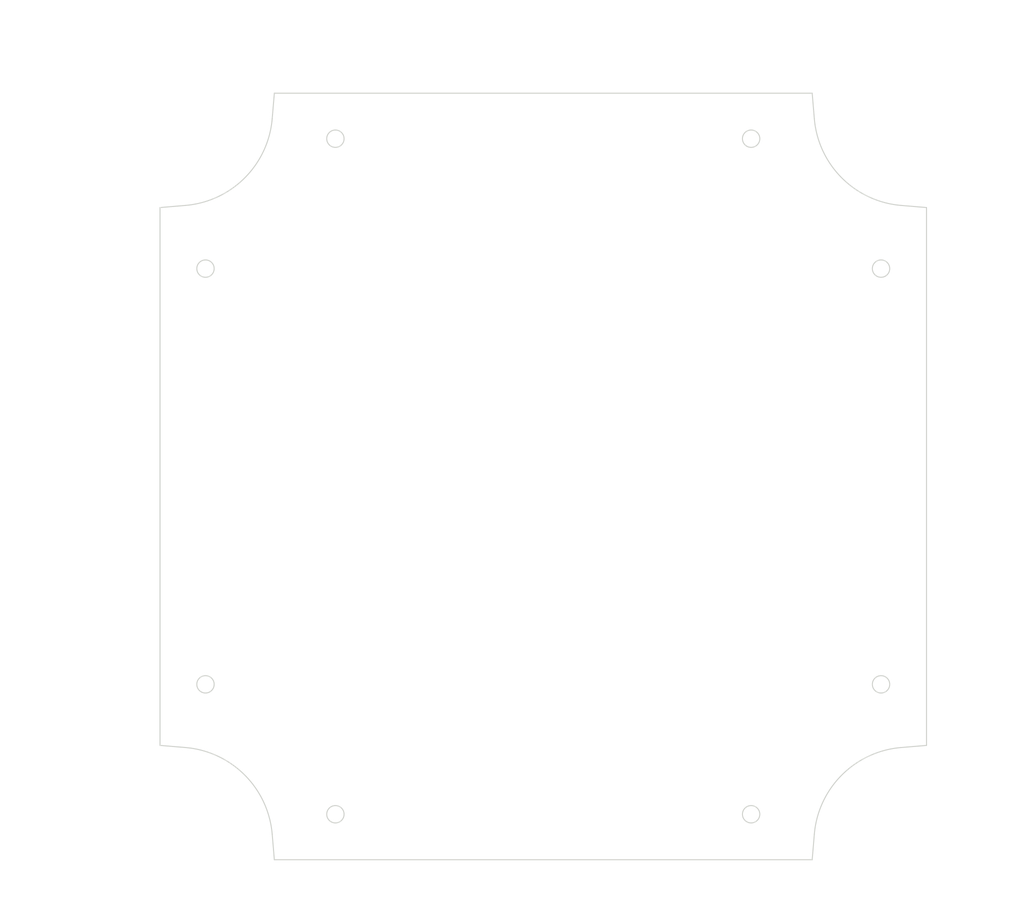
<source format=kicad_pcb>
(kicad_pcb (version 20171130) (host pcbnew "(5.1.0)-1")

  (general
    (thickness 1.6)
    (drawings 74)
    (tracks 0)
    (zones 0)
    (modules 0)
    (nets 1)
  )

  (page A3)
  (layers
    (0 F.Cu signal)
    (31 B.Cu signal)
    (32 B.Adhes user)
    (33 F.Adhes user)
    (34 B.Paste user)
    (35 F.Paste user)
    (36 B.SilkS user)
    (37 F.SilkS user)
    (38 B.Mask user)
    (39 F.Mask user)
    (40 Dwgs.User user)
    (41 Cmts.User user)
    (42 Eco1.User user)
    (43 Eco2.User user)
    (44 Edge.Cuts user)
    (45 Margin user)
    (46 B.CrtYd user)
    (47 F.CrtYd user)
    (48 B.Fab user)
    (49 F.Fab user)
  )

  (setup
    (last_trace_width 0.25)
    (trace_clearance 0.2)
    (zone_clearance 0.508)
    (zone_45_only no)
    (trace_min 0.2)
    (via_size 0.8)
    (via_drill 0.4)
    (via_min_size 0.4)
    (via_min_drill 0.3)
    (uvia_size 0.3)
    (uvia_drill 0.1)
    (uvias_allowed no)
    (uvia_min_size 0.2)
    (uvia_min_drill 0.1)
    (edge_width 0.05)
    (segment_width 0.2)
    (pcb_text_width 0.3)
    (pcb_text_size 1.5 1.5)
    (mod_edge_width 0.12)
    (mod_text_size 1 1)
    (mod_text_width 0.15)
    (pad_size 1.524 1.524)
    (pad_drill 0.762)
    (pad_to_mask_clearance 0.051)
    (solder_mask_min_width 0.25)
    (aux_axis_origin 0 0)
    (visible_elements FFFFFF7F)
    (pcbplotparams
      (layerselection 0x010fc_ffffffff)
      (usegerberextensions false)
      (usegerberattributes false)
      (usegerberadvancedattributes false)
      (creategerberjobfile false)
      (excludeedgelayer true)
      (linewidth 0.152400)
      (plotframeref false)
      (viasonmask false)
      (mode 1)
      (useauxorigin false)
      (hpglpennumber 1)
      (hpglpenspeed 20)
      (hpglpendiameter 15.000000)
      (psnegative false)
      (psa4output false)
      (plotreference true)
      (plotvalue true)
      (plotinvisibletext false)
      (padsonsilk false)
      (subtractmaskfromsilk false)
      (outputformat 1)
      (mirror false)
      (drillshape 1)
      (scaleselection 1)
      (outputdirectory ""))
  )

  (net 0 "")

  (net_class Default "This is the default net class."
    (clearance 0.2)
    (trace_width 0.25)
    (via_dia 0.8)
    (via_drill 0.4)
    (uvia_dia 0.3)
    (uvia_drill 0.1)
  )

  (gr_line (start 288.28655 205.747841) (end 288.28655 102.247841) (layer Edge.Cuts) (width 0.2))
  (gr_line (start 288.28655 102.247841) (end 283.387828 101.836484) (layer Edge.Cuts) (width 0.2))
  (gr_arc (start 284.917794 83.616597) (end 266.697908 85.146564) (angle -80.4) (layer Edge.Cuts) (width 0.2))
  (gr_line (start 266.697908 85.146564) (end 266.28655 80.247841) (layer Edge.Cuts) (width 0.2))
  (gr_line (start 266.28655 80.247841) (end 162.78655 80.247841) (layer Edge.Cuts) (width 0.2))
  (gr_line (start 162.78655 80.247841) (end 162.375193 85.146564) (layer Edge.Cuts) (width 0.2))
  (gr_arc (start 144.155306 83.616597) (end 145.685273 101.836484) (angle -80.4) (layer Edge.Cuts) (width 0.2))
  (gr_line (start 145.685273 101.836484) (end 140.78655 102.247841) (layer Edge.Cuts) (width 0.2))
  (gr_line (start 140.78655 102.247841) (end 140.78655 205.747841) (layer Edge.Cuts) (width 0.2))
  (gr_line (start 140.78655 205.747841) (end 145.685273 206.159198) (layer Edge.Cuts) (width 0.2))
  (gr_arc (start 144.155306 224.379085) (end 162.375193 222.849118) (angle -80.4) (layer Edge.Cuts) (width 0.2))
  (gr_line (start 162.375193 222.849118) (end 162.78655 227.747841) (layer Edge.Cuts) (width 0.2))
  (gr_line (start 162.78655 227.747841) (end 266.28655 227.747841) (layer Edge.Cuts) (width 0.2))
  (gr_line (start 266.28655 227.747841) (end 266.697908 222.849118) (layer Edge.Cuts) (width 0.2))
  (gr_arc (start 284.917794 224.379085) (end 283.387828 206.159198) (angle -80.4) (layer Edge.Cuts) (width 0.2))
  (gr_line (start 283.387828 206.159198) (end 288.28655 205.747841) (layer Edge.Cuts) (width 0.2))
  (gr_circle (center 254.53655 88.997841) (end 256.20655 88.997841) (layer Edge.Cuts) (width 0.2))
  (gr_circle (center 254.53655 218.997841) (end 256.20655 218.997841) (layer Edge.Cuts) (width 0.2))
  (gr_circle (center 174.53655 218.997841) (end 176.20655 218.997841) (layer Edge.Cuts) (width 0.2))
  (gr_circle (center 174.53655 88.997841) (end 176.20655 88.997841) (layer Edge.Cuts) (width 0.2))
  (gr_circle (center 149.53655 193.997841) (end 151.20655 193.997841) (layer Edge.Cuts) (width 0.2))
  (gr_circle (center 279.53655 193.997841) (end 281.20655 193.997841) (layer Edge.Cuts) (width 0.2))
  (gr_circle (center 149.53655 113.997841) (end 151.20655 113.997841) (layer Edge.Cuts) (width 0.2))
  (gr_circle (center 279.53655 113.997841) (end 281.20655 113.997841) (layer Edge.Cuts) (width 0.2))
  (gr_line (start 254.53655 219.087841) (end 254.53655 218.907841) (layer Dwgs.User) (width 0.2))
  (gr_line (start 254.44655 218.997841) (end 254.62655 218.997841) (layer Dwgs.User) (width 0.2))
  (gr_text " ∅3.34\n[∅0.13]" (at 268.857696 233.535841) (layer Dwgs.User)
    (effects (font (size 1.7 1.53) (thickness 0.2125)))
  )
  (gr_line (start 262.320827 233.535841) (end 256.268922 222.233237) (layer Dwgs.User) (width 0.2))
  (gr_line (start 264.320827 233.535841) (end 262.320827 233.535841) (layer Dwgs.User) (width 0.2))
  (gr_text 85.2° (at 275.6035 88.815215) (layer Dwgs.User)
    (effects (font (size 1.7 1.53) (thickness 0.2125)))
  )
  (gr_arc (start 266.28655 80.247841) (end 276.898041 87.147241) (angle -23.96830576) (layer Dwgs.User) (width 0.2))
  (gr_arc (start 266.28655 80.247841) (end 269.319214 92.536389) (angle -22.17225038) (layer Dwgs.User) (width 0.2))
  (gr_line (start 268.28655 80.247841) (end 282.11878 80.247841) (layer Dwgs.User) (width 0.2))
  (gr_line (start 266.781585 86.143056) (end 267.611357 96.024544) (layer Dwgs.User) (width 0.2))
  (gr_text [5.12] (at 122.53655 147.683622) (layer Dwgs.User)
    (effects (font (size 1.7 1.53) (thickness 0.2125)))
  )
  (gr_text " 130.00" (at 122.53655 144.125607) (layer Dwgs.User)
    (effects (font (size 1.7 1.53) (thickness 0.2125)))
  )
  (gr_line (start 122.53655 216.997841) (end 122.53655 149.352176) (layer Dwgs.User) (width 0.2))
  (gr_line (start 122.53655 90.997841) (end 122.53655 142.236146) (layer Dwgs.User) (width 0.2))
  (gr_line (start 173.53655 218.997841) (end 119.36155 218.997841) (layer Dwgs.User) (width 0.2))
  (gr_line (start 173.53655 88.997841) (end 119.36155 88.997841) (layer Dwgs.User) (width 0.2))
  (gr_text [3.15] (at 205.075843 78.050381) (layer Dwgs.User)
    (effects (font (size 1.7 1.53) (thickness 0.2125)))
  )
  (gr_text " 80.00" (at 205.075843 74.492946) (layer Dwgs.User)
    (effects (font (size 1.7 1.53) (thickness 0.2125)))
  )
  (gr_line (start 252.53655 76.16092) (end 209.120454 76.16092) (layer Dwgs.User) (width 0.2))
  (gr_line (start 176.53655 76.16092) (end 201.031231 76.16092) (layer Dwgs.User) (width 0.2))
  (gr_line (start 254.53655 87.997841) (end 254.53655 72.98592) (layer Dwgs.User) (width 0.2))
  (gr_line (start 174.53655 87.997841) (end 174.53655 72.98592) (layer Dwgs.User) (width 0.2))
  (gr_text [4.07] (at 132.71154 129.756923) (layer Dwgs.User)
    (effects (font (size 1.7 1.53) (thickness 0.2125)))
  )
  (gr_text " 103.50" (at 132.71154 126.198907) (layer Dwgs.User)
    (effects (font (size 1.7 1.53) (thickness 0.2125)))
  )
  (gr_line (start 132.71154 203.747841) (end 132.71154 131.425476) (layer Dwgs.User) (width 0.2))
  (gr_line (start 132.71154 104.247841) (end 132.71154 124.309446) (layer Dwgs.User) (width 0.2))
  (gr_line (start 139.78655 205.747841) (end 129.53654 205.747841) (layer Dwgs.User) (width 0.2))
  (gr_line (start 139.78655 102.247841) (end 129.53654 102.247841) (layer Dwgs.User) (width 0.2))
  (gr_text [4.07] (at 189.90952 73.741985) (layer Dwgs.User)
    (effects (font (size 1.7 1.53) (thickness 0.2125)))
  )
  (gr_text " 103.50" (at 189.90952 70.18397) (layer Dwgs.User)
    (effects (font (size 1.7 1.53) (thickness 0.2125)))
  )
  (gr_line (start 264.28655 71.852524) (end 194.614533 71.852524) (layer Dwgs.User) (width 0.2))
  (gr_line (start 164.78655 71.852524) (end 185.204506 71.852524) (layer Dwgs.User) (width 0.2))
  (gr_line (start 266.28655 79.247841) (end 266.28655 68.677524) (layer Dwgs.User) (width 0.2))
  (gr_line (start 162.78655 79.247841) (end 162.78655 68.677524) (layer Dwgs.User) (width 0.2))
  (gr_text [R0.72] (at 302.264873 227.772923) (layer Dwgs.User)
    (effects (font (size 1.7 1.53) (thickness 0.2125)))
  )
  (gr_text " R18.28" (at 302.264873 224.215488) (layer Dwgs.User)
    (effects (font (size 1.7 1.53) (thickness 0.2125)))
  )
  (gr_line (start 288.931191 225.883462) (end 269.669792 218.663541) (layer Dwgs.User) (width 0.2))
  (gr_line (start 297.358086 225.883462) (end 288.931191 225.883462) (layer Dwgs.User) (width 0.2))
  (gr_text [5.81] (at 114.749173 129.841152) (layer Dwgs.User)
    (effects (font (size 1.7 1.53) (thickness 0.2125)))
  )
  (gr_text " 147.50" (at 114.749173 126.283717) (layer Dwgs.User)
    (effects (font (size 1.7 1.53) (thickness 0.2125)))
  )
  (gr_line (start 114.749173 225.747841) (end 114.749173 131.509126) (layer Dwgs.User) (width 0.2))
  (gr_line (start 114.749173 82.247841) (end 114.749173 124.394255) (layer Dwgs.User) (width 0.2))
  (gr_line (start 161.78655 227.747841) (end 111.574173 227.747841) (layer Dwgs.User) (width 0.2))
  (gr_line (start 161.78655 80.247841) (end 111.574173 80.247841) (layer Dwgs.User) (width 0.2))
  (gr_text [5.81] (at 200.575843 67.47191) (layer Dwgs.User)
    (effects (font (size 1.7 1.53) (thickness 0.2125)))
  )
  (gr_text " 147.50" (at 200.575843 63.914475) (layer Dwgs.User)
    (effects (font (size 1.7 1.53) (thickness 0.2125)))
  )
  (gr_line (start 286.28655 65.582449) (end 205.280857 65.582449) (layer Dwgs.User) (width 0.2))
  (gr_line (start 142.78655 65.582449) (end 195.870829 65.582449) (layer Dwgs.User) (width 0.2))
  (gr_line (start 288.28655 101.247841) (end 288.28655 62.407449) (layer Dwgs.User) (width 0.2))
  (gr_line (start 140.78655 101.247841) (end 140.78655 62.407449) (layer Dwgs.User) (width 0.2))

)

</source>
